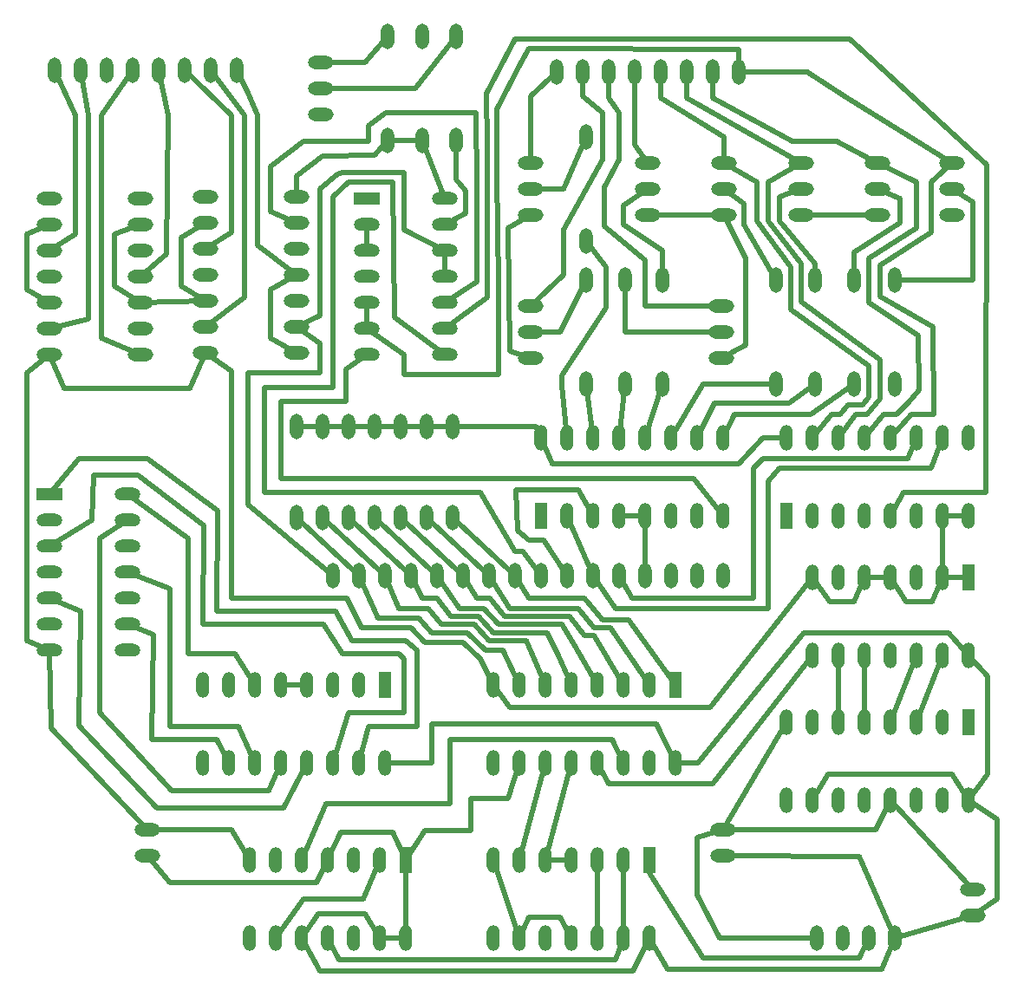
<source format=gbr>
G04 --- HEADER BEGIN --- *
G04 #@! TF.GenerationSoftware,LibrePCB,LibrePCB,1.0.0*
G04 #@! TF.CreationDate,2024-03-25T10:59:42*
G04 #@! TF.ProjectId,coco2 ps2 marriage,d66203e6-877b-4e41-8959-41fb69d6a211,v1*
G04 #@! TF.Part,Single*
G04 #@! TF.SameCoordinates*
G04 #@! TF.FileFunction,Copper,L2,Bot*
G04 #@! TF.FilePolarity,Positive*
%FSLAX66Y66*%
%MOMM*%
G01*
G75*
G04 --- HEADER END --- *
G04 --- APERTURE LIST BEGIN --- *
G04 #@! TA.AperFunction,ComponentPad*
%ADD10O,1.27X2.54*%
%ADD11R,1.27X2.54*%
%ADD12O,1.3X2.5*%
%ADD13O,2.5X1.3*%
%ADD14O,2.54X1.27*%
%ADD15R,2.54X1.27*%
G04 #@! TA.AperFunction,Conductor*
%ADD16C,0.5*%
G04 #@! TD*
G04 --- APERTURE LIST END --- *
G04 --- BOARD BEGIN --- *
D10*
G04 #@! TO.N,N14*
G04 #@! TO.C,U4*
G04 #@! TO.P,U4,6,QG*
X55086250Y25241250D03*
G04 #@! TO.N,N81*
G04 #@! TO.P,U4,16,VCC*
X67786250Y17621250D03*
G04 #@! TO.P,U4,10,SRCLR*
X52546250Y17621250D03*
D11*
G04 #@! TO.N,N49*
G04 #@! TO.P,U4,1,QB*
X67786250Y25241250D03*
D10*
G04 #@! TO.N,N50*
G04 #@! TO.P,U4,7,QH*
X52546250Y25241250D03*
G04 #@! TO.N,N41*
G04 #@! TO.P,U4,3,QD*
X62706250Y25241250D03*
G04 #@! TO.N,N46*
G04 #@! TO.P,U4,2,QC*
X65246250Y25241250D03*
G04 #@! TO.N,N2*
G04 #@! TO.P,U4,14,Data*
X62706250Y17621250D03*
G04 #@! TO.N,N77*
G04 #@! TO.P,U4,8,GND*
X50006250Y25241250D03*
G04 #@! TO.N,N53*
G04 #@! TO.P,U4,13,OE*
X60166250Y17621250D03*
G04 #@! TO.N,N/C*
G04 #@! TO.P,U4,15,QA*
X65246250Y17621250D03*
G04 #@! TO.N,N48*
G04 #@! TO.P,U4,5,QF*
X57626250Y25241250D03*
G04 #@! TO.N,N47*
G04 #@! TO.P,U4,12,RCLK*
X57626250Y17621250D03*
G04 #@! TO.N,N89*
G04 #@! TO.P,U4,4,QE*
X60166250Y25241250D03*
G04 #@! TO.N,N29*
G04 #@! TO.P,U4,11,SRCLK*
X55086250Y17621250D03*
G04 #@! TO.N,N33*
G04 #@! TO.P,U4,9,QHs*
X50006250Y17621250D03*
D12*
G04 #@! TO.N,N71*
G04 #@! TO.C,J3*
G04 #@! TO.P,J3,6,6*
X68897500Y85090000D03*
G04 #@! TO.N,N32*
G04 #@! TO.P,J3,7,7*
X71437500Y85090000D03*
G04 #@! TO.N,N36*
G04 #@! TO.P,J3,3,3*
X61277500Y85090000D03*
G04 #@! TO.N,N76*
G04 #@! TO.P,J3,8,8*
X73977500Y85090000D03*
G04 #@! TO.N,N4*
G04 #@! TO.P,J3,5,5*
X66357500Y85090000D03*
G04 #@! TO.N,N52*
G04 #@! TO.P,J3,1,1*
X56197500Y85090000D03*
G04 #@! TO.N,N55*
G04 #@! TO.P,J3,2,2*
X58737500Y85090000D03*
G04 #@! TO.N,N58*
G04 #@! TO.P,J3,4,4*
X63817500Y85090000D03*
D10*
G04 #@! TO.N,N81*
G04 #@! TO.C,U6*
G04 #@! TO.P,U6,10,2PRE_N*
X31273750Y476250D03*
G04 #@! TO.N,N28*
G04 #@! TO.P,U6,2,1D*
X38893750Y8096250D03*
G04 #@! TO.N,N21*
G04 #@! TO.P,U6,11,2CLK*
X33813750Y476250D03*
G04 #@! TO.N,N81*
G04 #@! TO.P,U6,13,2RST_N*
X38893750Y476250D03*
G04 #@! TO.N,N/C*
G04 #@! TO.P,U6,6,1Q_N*
X28733750Y8096250D03*
G04 #@! TO.N,N60*
G04 #@! TO.P,U6,12,2D*
X36353750Y476250D03*
G04 #@! TO.N,N77*
G04 #@! TO.P,U6,7,GND*
X26193750Y8096250D03*
G04 #@! TO.N,N28*
G04 #@! TO.P,U6,9,2Q*
X28733750Y476250D03*
G04 #@! TO.N,N81*
G04 #@! TO.P,U6,14,VCC*
X41433750Y476250D03*
D11*
G04 #@! TO.P,U6,1,1RST_N*
X41433750Y8096250D03*
D10*
G04 #@! TO.N,N2*
G04 #@! TO.P,U6,5,1Q*
X31273750Y8096250D03*
G04 #@! TO.N,N21*
G04 #@! TO.P,U6,3,1CLK*
X36353750Y8096250D03*
G04 #@! TO.N,N81*
G04 #@! TO.P,U6,4,1PRE_N*
X33813750Y8096250D03*
G04 #@! TO.N,N/C*
G04 #@! TO.P,U6,8,2Q_N*
X26193750Y476250D03*
D13*
G04 #@! TO.N,N3*
G04 #@! TO.C,U10*
G04 #@! TO.P,U10,9,4B*
X30797500Y60166250D03*
G04 #@! TO.N,N34*
G04 #@! TO.P,U10,2,1B*
X21907500Y70326250D03*
G04 #@! TO.N,N57*
G04 #@! TO.P,U10,10,4A*
X30797500Y62706250D03*
G04 #@! TO.N,N85*
G04 #@! TO.P,U10,12,3B*
X30797500Y67786250D03*
G04 #@! TO.N,N1*
G04 #@! TO.P,U10,1,1A*
X21907500Y72866250D03*
G04 #@! TO.N,N25*
G04 #@! TO.P,U10,11,3Y*
X30797500Y65246250D03*
G04 #@! TO.N,N30*
G04 #@! TO.P,U10,6,2Y*
X21907500Y60166250D03*
G04 #@! TO.N,N25*
G04 #@! TO.P,U10,8,4Y*
X30797500Y57626250D03*
G04 #@! TO.N,N81*
G04 #@! TO.P,U10,14,VCC*
X30797500Y72866250D03*
G04 #@! TO.N,N34*
G04 #@! TO.P,U10,13,3A*
X30797500Y70326250D03*
G04 #@! TO.N,N77*
G04 #@! TO.P,U10,7,GND*
X21907500Y57626250D03*
G04 #@! TO.N,N26*
G04 #@! TO.P,U10,3,1Y*
X21907500Y67786250D03*
G04 #@! TO.N,N34*
G04 #@! TO.P,U10,5,2B*
X21907500Y62706250D03*
G04 #@! TO.N,N59*
G04 #@! TO.P,U10,4,2A*
X21907500Y65246250D03*
G04 #@! TO.N,N63*
G04 #@! TO.C,Q4*
G04 #@! TO.P,Q4,3,3*
X33178750Y86042500D03*
G04 #@! TO.N,N76*
G04 #@! TO.P,Q4,1,1*
X33178750Y80962500D03*
G04 #@! TO.N,N82*
G04 #@! TO.P,Q4,2,2*
X33178750Y83502500D03*
D12*
G04 #@! TO.N,N65*
G04 #@! TO.C,R6*
G04 #@! TO.P,R6,2,2*
X77628750Y54610000D03*
G04 #@! TO.N,N70*
G04 #@! TO.P,R6,1,1*
X77628750Y64770000D03*
D10*
G04 #@! TO.N,N/C*
G04 #@! TO.C,U7*
G04 #@! TO.P,U7,6,W*
X91281250Y41751250D03*
G04 #@! TO.N,N81*
G04 #@! TO.P,U7,16,VCC*
X78581250Y49371250D03*
G04 #@! TO.N,N17*
G04 #@! TO.P,U7,10,B*
X93821250Y49371250D03*
D11*
G04 #@! TO.N,N58*
G04 #@! TO.P,U7,1,D3*
X78581250Y41751250D03*
D10*
G04 #@! TO.N,N77*
G04 #@! TO.P,U7,7,S_(Strobe)*
X93821250Y41751250D03*
G04 #@! TO.N,N55*
G04 #@! TO.P,U7,3,D1*
X83661250Y41751250D03*
G04 #@! TO.N,N36*
G04 #@! TO.P,U7,2,D2*
X81121250Y41751250D03*
G04 #@! TO.N,N71*
G04 #@! TO.P,U7,14,D5*
X83661250Y49371250D03*
G04 #@! TO.N,N77*
G04 #@! TO.P,U7,8,GND*
X96361250Y41751250D03*
G04 #@! TO.N,N32*
G04 #@! TO.P,U7,13,D6*
X86201250Y49371250D03*
G04 #@! TO.N,N4*
G04 #@! TO.P,U7,15,D4*
X81121250Y49371250D03*
G04 #@! TO.N,N62*
G04 #@! TO.P,U7,5,Y*
X88741250Y41751250D03*
G04 #@! TO.N,N76*
G04 #@! TO.P,U7,12,D7*
X88741250Y49371250D03*
G04 #@! TO.N,N52*
G04 #@! TO.P,U7,4,D0*
X86201250Y41751250D03*
G04 #@! TO.N,N83*
G04 #@! TO.P,U7,11,A*
X91281250Y49371250D03*
G04 #@! TO.N,N73*
G04 #@! TO.P,U7,9,C*
X96361250Y49371250D03*
D13*
G04 #@! TO.N,N27*
G04 #@! TO.C,U12*
G04 #@! TO.P,U12,9,4B*
X15557500Y60007500D03*
G04 #@! TO.N,N34*
G04 #@! TO.P,U12,2,1B*
X6667500Y70167500D03*
G04 #@! TO.P,U12,10,4A*
X15557500Y62547500D03*
G04 #@! TO.N,N5*
G04 #@! TO.P,U12,12,3B*
X15557500Y67627500D03*
G04 #@! TO.N,N24*
G04 #@! TO.P,U12,1,1A*
X6667500Y72707500D03*
G04 #@! TO.N,N54*
G04 #@! TO.P,U12,11,3Y*
X15557500Y65087500D03*
G04 #@! TO.N,N42*
G04 #@! TO.P,U12,6,2Y*
X6667500Y60007500D03*
G04 #@! TO.N,N23*
G04 #@! TO.P,U12,8,4Y*
X15557500Y57467500D03*
G04 #@! TO.N,N81*
G04 #@! TO.P,U12,14,VCC*
X15557500Y72707500D03*
G04 #@! TO.N,N34*
G04 #@! TO.P,U12,13,3A*
X15557500Y70167500D03*
G04 #@! TO.N,N77*
G04 #@! TO.P,U12,7,GND*
X6667500Y57467500D03*
G04 #@! TO.N,N86*
G04 #@! TO.P,U12,3,1Y*
X6667500Y67627500D03*
G04 #@! TO.N,N34*
G04 #@! TO.P,U12,5,2B*
X6667500Y62547500D03*
G04 #@! TO.N,N9*
G04 #@! TO.P,U12,4,2A*
X6667500Y65087500D03*
G04 #@! TO.N,N81*
G04 #@! TO.C,J1*
G04 #@! TO.P,J1,2,2*
X16192500Y8572500D03*
G04 #@! TO.N,N77*
G04 #@! TO.P,J1,1,1*
X16192500Y11112500D03*
D12*
G04 #@! TO.C,J4*
G04 #@! TO.P,J4,4,4*
X81597500Y476250D03*
G04 #@! TO.N,N8*
G04 #@! TO.P,J4,2,2*
X86677500Y476250D03*
G04 #@! TO.N,N60*
G04 #@! TO.P,J4,3,3*
X84137500Y476250D03*
G04 #@! TO.N,N81*
G04 #@! TO.P,J4,1,1*
X89217500Y476250D03*
D13*
G04 #@! TO.N,N68*
G04 #@! TO.C,Q1*
G04 #@! TO.P,Q1,3,3*
X53657500Y71120000D03*
G04 #@! TO.N,N52*
G04 #@! TO.P,Q1,1,1*
X53657500Y76200000D03*
G04 #@! TO.N,N61*
G04 #@! TO.P,Q1,2,2*
X53657500Y73660000D03*
D12*
G04 #@! TO.N,N35*
G04 #@! TO.C,R2*
G04 #@! TO.P,R2,2,2*
X46355000Y78422500D03*
G04 #@! TO.N,N82*
G04 #@! TO.P,R2,1,1*
X46355000Y88582500D03*
D13*
G04 #@! TO.N,N68*
G04 #@! TO.C,Q6*
G04 #@! TO.P,Q6,3,3*
X65087500Y71120000D03*
G04 #@! TO.N,N58*
G04 #@! TO.P,Q6,1,1*
X65087500Y76200000D03*
G04 #@! TO.N,N74*
G04 #@! TO.P,Q6,2,2*
X65087500Y73660000D03*
D12*
G04 #@! TO.N,N80*
G04 #@! TO.C,R11*
G04 #@! TO.P,R11,2,2*
X59055000Y68580000D03*
G04 #@! TO.N,N61*
G04 #@! TO.P,R11,1,1*
X59055000Y78740000D03*
D14*
G04 #@! TO.N,N34*
G04 #@! TO.C,U8*
G04 #@! TO.P,U8,10,3Y*
X45243750Y62547500D03*
G04 #@! TO.N,N40*
G04 #@! TO.P,U8,2,1A*
X37623750Y70167500D03*
G04 #@! TO.N,N3*
G04 #@! TO.P,U8,11,4A*
X45243750Y65087500D03*
G04 #@! TO.N,N35*
G04 #@! TO.P,U8,13,4Y*
X45243750Y70167500D03*
G04 #@! TO.N,N76*
G04 #@! TO.P,U8,6,2B*
X37623750Y60007500D03*
G04 #@! TO.N,N3*
G04 #@! TO.P,U8,12,4B*
X45243750Y67627500D03*
G04 #@! TO.N,N77*
G04 #@! TO.P,U8,7,GND*
X37623750Y57467500D03*
G04 #@! TO.N,N62*
G04 #@! TO.P,U8,9,3B*
X45243750Y60007500D03*
G04 #@! TO.N,N81*
G04 #@! TO.P,U8,14,VCC*
X45243750Y72707500D03*
D15*
G04 #@! TO.N,N85*
G04 #@! TO.P,U8,1,1Y*
X37623750Y72707500D03*
D14*
G04 #@! TO.N,N76*
G04 #@! TO.P,U8,5,2A*
X37623750Y62547500D03*
G04 #@! TO.N,N40*
G04 #@! TO.P,U8,3,1B*
X37623750Y67627500D03*
G04 #@! TO.N,N57*
G04 #@! TO.P,U8,4,2Y*
X37623750Y65087500D03*
G04 #@! TO.N,N44*
G04 #@! TO.P,U8,8,3A*
X45243750Y57467500D03*
D10*
G04 #@! TO.N,N10*
G04 #@! TO.C,U5*
G04 #@! TO.P,U5,6,QG*
X83661250Y21590000D03*
G04 #@! TO.N,N81*
G04 #@! TO.P,U5,16,VCC*
X96361250Y13970000D03*
G04 #@! TO.P,U5,10,SRCLR*
X81121250Y13970000D03*
D11*
G04 #@! TO.N,N/C*
G04 #@! TO.P,U5,1,QB*
X96361250Y21590000D03*
D10*
G04 #@! TO.P,U5,7,QH*
X81121250Y21590000D03*
G04 #@! TO.N,N12*
G04 #@! TO.P,U5,3,QD*
X91281250Y21590000D03*
G04 #@! TO.N,N/C*
G04 #@! TO.P,U5,2,QC*
X93821250Y21590000D03*
G04 #@! TO.N,N33*
G04 #@! TO.P,U5,14,Data*
X91281250Y13970000D03*
G04 #@! TO.N,N77*
G04 #@! TO.P,U5,8,GND*
X78581250Y21590000D03*
G04 #@! TO.P,U5,13,OE*
X88741250Y13970000D03*
G04 #@! TO.N,N/C*
G04 #@! TO.P,U5,15,QA*
X93821250Y13970000D03*
G04 #@! TO.N,N13*
G04 #@! TO.P,U5,5,QF*
X86201250Y21590000D03*
G04 #@! TO.N,N47*
G04 #@! TO.P,U5,12,RCLK*
X86201250Y13970000D03*
G04 #@! TO.N,N11*
G04 #@! TO.P,U5,4,QE*
X88741250Y21590000D03*
G04 #@! TO.N,N29*
G04 #@! TO.P,U5,11,SRCLK*
X83661250Y13970000D03*
G04 #@! TO.N,N/C*
G04 #@! TO.P,U5,9,QHs*
X78581250Y13970000D03*
D13*
G04 #@! TO.N,N68*
G04 #@! TO.C,Q5*
G04 #@! TO.P,Q5,3,3*
X80010000Y71120000D03*
G04 #@! TO.N,N71*
G04 #@! TO.P,Q5,1,1*
X80010000Y76200000D03*
G04 #@! TO.N,N79*
G04 #@! TO.P,Q5,2,2*
X80010000Y73660000D03*
D12*
G04 #@! TO.N,N51*
G04 #@! TO.C,J6*
G04 #@! TO.P,J6,2,2*
X69850000Y35877500D03*
G04 #@! TO.N,N49*
G04 #@! TO.P,J6,9,9*
X52070000Y35877500D03*
G04 #@! TO.N,N18*
G04 #@! TO.P,J6,3,3*
X67310000Y35877500D03*
G04 #@! TO.N,N17*
G04 #@! TO.P,J6,6,6*
X59690000Y35877500D03*
G04 #@! TO.N,N48*
G04 #@! TO.P,J6,13,13*
X41910000Y35877500D03*
G04 #@! TO.N,N73*
G04 #@! TO.P,J6,7,7*
X57150000Y35877500D03*
G04 #@! TO.N,N44*
G04 #@! TO.P,J6,8,8*
X54610000Y35877500D03*
G04 #@! TO.N,N83*
G04 #@! TO.P,J6,5,5*
X62230000Y35877500D03*
G04 #@! TO.N,N41*
G04 #@! TO.P,J6,11,11*
X46990000Y35877500D03*
G04 #@! TO.N,N89*
G04 #@! TO.P,J6,12,12*
X44450000Y35877500D03*
G04 #@! TO.N,N14*
G04 #@! TO.P,J6,14,14*
X39370000Y35877500D03*
G04 #@! TO.N,N46*
G04 #@! TO.P,J6,10,10*
X49530000Y35877500D03*
G04 #@! TO.N,N31*
G04 #@! TO.P,J6,1,1*
X72390000Y35877500D03*
G04 #@! TO.N,N66*
G04 #@! TO.P,J6,4,4*
X64770000Y35877500D03*
G04 #@! TO.N,N50*
G04 #@! TO.P,J6,15,15*
X36830000Y35877500D03*
G04 #@! TO.N,N3*
G04 #@! TO.P,J6,16,16*
X34290000Y35877500D03*
D13*
G04 #@! TO.N,N68*
G04 #@! TO.C,Q2*
G04 #@! TO.P,Q2,3,3*
X87471250Y71120000D03*
G04 #@! TO.N,N32*
G04 #@! TO.P,Q2,1,1*
X87471250Y76200000D03*
G04 #@! TO.N,N37*
G04 #@! TO.P,Q2,2,2*
X87471250Y73660000D03*
D12*
G04 #@! TO.N,N78*
G04 #@! TO.C,R3*
G04 #@! TO.P,R3,2,2*
X89217500Y54610000D03*
G04 #@! TO.N,N22*
G04 #@! TO.P,R3,1,1*
X89217500Y64770000D03*
G04 #@! TO.N,N14*
G04 #@! TO.C,RA1*
G04 #@! TO.P,RA1,9,6Y*
X33337500Y41592500D03*
G04 #@! TO.N,N81*
G04 #@! TO.P,RA1,2,2X*
X43497500Y50482500D03*
G04 #@! TO.N,N48*
G04 #@! TO.P,RA1,10,5Y*
X35877500Y41592500D03*
G04 #@! TO.N,N41*
G04 #@! TO.P,RA1,12,3Y*
X40957500Y41592500D03*
G04 #@! TO.N,N81*
G04 #@! TO.P,RA1,1,1X*
X46037500Y50482500D03*
G04 #@! TO.N,N89*
G04 #@! TO.P,RA1,11,4Y*
X38417500Y41592500D03*
G04 #@! TO.N,N81*
G04 #@! TO.P,RA1,6,6X*
X33337500Y50482500D03*
G04 #@! TO.N,N50*
G04 #@! TO.P,RA1,8,7Y*
X30797500Y41592500D03*
G04 #@! TO.N,N49*
G04 #@! TO.P,RA1,14,1Y*
X46037500Y41592500D03*
G04 #@! TO.N,N46*
G04 #@! TO.P,RA1,13,2Y*
X43497500Y41592500D03*
G04 #@! TO.N,N81*
G04 #@! TO.P,RA1,7,7X*
X30797500Y50482500D03*
G04 #@! TO.P,RA1,3,3X*
X40957500Y50482500D03*
G04 #@! TO.P,RA1,5,5X*
X35877500Y50482500D03*
G04 #@! TO.P,RA1,4,4X*
X38417500Y50482500D03*
D13*
G04 #@! TO.N,N68*
G04 #@! TO.C,Q3*
G04 #@! TO.P,Q3,3,3*
X94773750Y71120000D03*
G04 #@! TO.N,N76*
G04 #@! TO.P,Q3,1,1*
X94773750Y76200000D03*
G04 #@! TO.N,N22*
G04 #@! TO.P,Q3,2,2*
X94773750Y73660000D03*
D12*
G04 #@! TO.N,N26*
G04 #@! TO.C,J5*
G04 #@! TO.P,J5,6,6*
X19843750Y85248750D03*
G04 #@! TO.N,N30*
G04 #@! TO.P,J5,7,7*
X22383750Y85248750D03*
G04 #@! TO.N,N/C*
G04 #@! TO.P,J5,3,3*
X12223750Y85248750D03*
G04 #@! TO.N,N25*
G04 #@! TO.P,J5,8,8*
X24923750Y85248750D03*
G04 #@! TO.N,N54*
G04 #@! TO.P,J5,5,5*
X17303750Y85248750D03*
G04 #@! TO.N,N86*
G04 #@! TO.P,J5,1,1*
X7143750Y85248750D03*
G04 #@! TO.N,N42*
G04 #@! TO.P,J5,2,2*
X9683750Y85248750D03*
G04 #@! TO.N,N23*
G04 #@! TO.P,J5,4,4*
X14763750Y85248750D03*
D13*
G04 #@! TO.N,N68*
G04 #@! TO.C,Q9*
G04 #@! TO.P,Q9,3,3*
X72548750Y71120000D03*
G04 #@! TO.N,N4*
G04 #@! TO.P,Q9,1,1*
X72548750Y76200000D03*
G04 #@! TO.N,N70*
G04 #@! TO.P,Q9,2,2*
X72548750Y73660000D03*
D12*
G04 #@! TO.N,N72*
G04 #@! TO.C,R5*
G04 #@! TO.P,R5,2,2*
X81438750Y54610000D03*
G04 #@! TO.N,N79*
G04 #@! TO.P,R5,1,1*
X81438750Y64770000D03*
G04 #@! TO.N,N81*
G04 #@! TO.C,R1*
G04 #@! TO.P,R1,2,2*
X39687500Y78422500D03*
G04 #@! TO.N,N63*
G04 #@! TO.P,R1,1,1*
X39687500Y88582500D03*
G04 #@! TO.N,N69*
G04 #@! TO.C,R9*
G04 #@! TO.P,R9,2,2*
X62865000Y54610000D03*
G04 #@! TO.N,N56*
G04 #@! TO.P,R9,1,1*
X62865000Y64770000D03*
D14*
G04 #@! TO.N,N1*
G04 #@! TO.C,U9*
G04 #@! TO.P,U9,10,5Y*
X14287500Y33655000D03*
G04 #@! TO.N,N24*
G04 #@! TO.P,U9,2,1Y*
X6667500Y41275000D03*
G04 #@! TO.N,N16*
G04 #@! TO.P,U9,11,5A*
X14287500Y36195000D03*
G04 #@! TO.N,N38*
G04 #@! TO.P,U9,13,6A*
X14287500Y41275000D03*
G04 #@! TO.N,N27*
G04 #@! TO.P,U9,6,3Y*
X6667500Y31115000D03*
G04 #@! TO.N,N5*
G04 #@! TO.P,U9,12,6Y*
X14287500Y38735000D03*
G04 #@! TO.N,N77*
G04 #@! TO.P,U9,7,GND*
X6667500Y28575000D03*
G04 #@! TO.N,N19*
G04 #@! TO.P,U9,9,4A*
X14287500Y31115000D03*
G04 #@! TO.N,N81*
G04 #@! TO.P,U9,14,VCC*
X14287500Y43815000D03*
D15*
G04 #@! TO.N,N15*
G04 #@! TO.P,U9,1,1A*
X6667500Y43815000D03*
D14*
G04 #@! TO.N,N43*
G04 #@! TO.P,U9,5,3A*
X6667500Y33655000D03*
G04 #@! TO.N,N6*
G04 #@! TO.P,U9,3,2A*
X6667500Y38735000D03*
G04 #@! TO.N,N9*
G04 #@! TO.P,U9,4,2Y*
X6667500Y36195000D03*
G04 #@! TO.N,N59*
G04 #@! TO.P,U9,8,4Y*
X14287500Y28575000D03*
D13*
G04 #@! TO.N,N68*
G04 #@! TO.C,Q8*
G04 #@! TO.P,Q8,3,3*
X53657500Y57150000D03*
G04 #@! TO.N,N55*
G04 #@! TO.P,Q8,1,1*
X53657500Y62230000D03*
G04 #@! TO.N,N39*
G04 #@! TO.P,Q8,2,2*
X53657500Y59690000D03*
G04 #@! TO.N,N81*
G04 #@! TO.C,J2*
G04 #@! TO.P,J2,2,2*
X96837500Y2698750D03*
G04 #@! TO.N,N77*
G04 #@! TO.P,J2,1,1*
X96837500Y5238750D03*
D12*
G04 #@! TO.N,N20*
G04 #@! TO.C,R4*
G04 #@! TO.P,R4,2,2*
X85248750Y54610000D03*
G04 #@! TO.N,N37*
G04 #@! TO.P,R4,1,1*
X85248750Y64770000D03*
G04 #@! TO.N,N67*
G04 #@! TO.C,R8*
G04 #@! TO.P,R8,2,2*
X66516250Y54610000D03*
G04 #@! TO.N,N74*
G04 #@! TO.P,R8,1,1*
X66516250Y64770000D03*
D10*
G04 #@! TO.N,N/C*
G04 #@! TO.C,U1*
G04 #@! TO.P,U1,10,5Y*
X55086250Y476250D03*
G04 #@! TO.N,N21*
G04 #@! TO.P,U1,2,1Y*
X62706250Y8096250D03*
G04 #@! TO.N,N77*
G04 #@! TO.P,U1,11,5A*
X57626250Y476250D03*
G04 #@! TO.N,N21*
G04 #@! TO.P,U1,13,6A*
X62706250Y476250D03*
G04 #@! TO.N,N29*
G04 #@! TO.P,U1,6,3Y*
X52546250Y8096250D03*
G04 #@! TO.N,N7*
G04 #@! TO.P,U1,12,6Y*
X60166250Y476250D03*
G04 #@! TO.N,N77*
G04 #@! TO.P,U1,7,GND*
X50006250Y8096250D03*
G04 #@! TO.P,U1,9,4A*
X52546250Y476250D03*
G04 #@! TO.N,N81*
G04 #@! TO.P,U1,14,VCC*
X65246250Y476250D03*
D11*
G04 #@! TO.N,N8*
G04 #@! TO.P,U1,1,1A*
X65246250Y8096250D03*
D10*
G04 #@! TO.N,N47*
G04 #@! TO.P,U1,5,3A*
X55086250Y8096250D03*
G04 #@! TO.N,N7*
G04 #@! TO.P,U1,3,2A*
X60166250Y8096250D03*
G04 #@! TO.N,N47*
G04 #@! TO.P,U1,4,2Y*
X57626250Y8096250D03*
G04 #@! TO.N,N/C*
G04 #@! TO.P,U1,8,4Y*
X50006250Y476250D03*
D12*
G04 #@! TO.N,N45*
G04 #@! TO.C,R10*
G04 #@! TO.P,R10,2,2*
X59055000Y54610000D03*
G04 #@! TO.N,N39*
G04 #@! TO.P,R10,1,1*
X59055000Y64770000D03*
G04 #@! TO.N,N81*
G04 #@! TO.C,R7*
G04 #@! TO.P,R7,2,2*
X43021250Y78422500D03*
G04 #@! TO.N,N68*
G04 #@! TO.P,R7,1,1*
X43021250Y88582500D03*
D10*
G04 #@! TO.N,N81*
G04 #@! TO.C,U3*
G04 #@! TO.P,U3,6,E3*
X26670000Y25241250D03*
G04 #@! TO.P,U3,16,VCC*
X39370000Y17621250D03*
G04 #@! TO.N,N19*
G04 #@! TO.P,U3,10,O5_N*
X24130000Y17621250D03*
D11*
G04 #@! TO.N,N31*
G04 #@! TO.P,U3,1,A*
X39370000Y25241250D03*
D10*
G04 #@! TO.N,N/C*
G04 #@! TO.P,U3,7,O7_N*
X24130000Y25241250D03*
G04 #@! TO.N,N18*
G04 #@! TO.P,U3,3,C*
X34290000Y25241250D03*
G04 #@! TO.N,N51*
G04 #@! TO.P,U3,2,B*
X36830000Y25241250D03*
G04 #@! TO.N,N6*
G04 #@! TO.P,U3,14,O1_N*
X34290000Y17621250D03*
G04 #@! TO.N,N77*
G04 #@! TO.P,U3,8,GND*
X21590000Y25241250D03*
G04 #@! TO.N,N43*
G04 #@! TO.P,U3,13,O2_N*
X31750000Y17621250D03*
G04 #@! TO.N,N15*
G04 #@! TO.P,U3,15,O0_N*
X36830000Y17621250D03*
G04 #@! TO.N,N66*
G04 #@! TO.P,U3,5,E2*
X29210000Y25241250D03*
G04 #@! TO.N,N38*
G04 #@! TO.P,U3,12,O3_N*
X29210000Y17621250D03*
G04 #@! TO.N,N66*
G04 #@! TO.P,U3,4,E1*
X31750000Y25241250D03*
G04 #@! TO.N,N16*
G04 #@! TO.P,U3,11,O4_N*
X26670000Y17621250D03*
G04 #@! TO.N,N40*
G04 #@! TO.P,U3,9,O6_N*
X21590000Y17621250D03*
D13*
G04 #@! TO.N,N68*
G04 #@! TO.C,Q7*
G04 #@! TO.P,Q7,3,3*
X72231250Y57150000D03*
G04 #@! TO.N,N36*
G04 #@! TO.P,Q7,1,1*
X72231250Y62230000D03*
G04 #@! TO.N,N56*
G04 #@! TO.P,Q7,2,2*
X72231250Y59690000D03*
G04 #@! TO.N,N81*
G04 #@! TO.C,J7*
G04 #@! TO.P,J7,2,2*
X72390000Y8572500D03*
G04 #@! TO.N,N77*
G04 #@! TO.P,J7,1,1*
X72390000Y11112500D03*
D10*
G04 #@! TO.N,N13*
G04 #@! TO.C,U11*
G04 #@! TO.P,U11,10,2B*
X86201250Y28098750D03*
G04 #@! TO.N,N77*
G04 #@! TO.P,U11,2,1B*
X93821250Y35718750D03*
G04 #@! TO.N,N/C*
G04 #@! TO.P,U11,11*
X88741250Y28098750D03*
G04 #@! TO.N,N12*
G04 #@! TO.P,U11,13,2D*
X93821250Y28098750D03*
G04 #@! TO.N,N/C*
G04 #@! TO.P,U11,6,1Y*
X83661250Y35718750D03*
G04 #@! TO.N,N11*
G04 #@! TO.P,U11,12,2C*
X91281250Y28098750D03*
G04 #@! TO.N,N77*
G04 #@! TO.P,U11,7,GND*
X81121250Y35718750D03*
G04 #@! TO.N,N10*
G04 #@! TO.P,U11,9,2A*
X83661250Y28098750D03*
G04 #@! TO.N,N81*
G04 #@! TO.P,U11,14,VCC*
X96361250Y28098750D03*
D11*
G04 #@! TO.N,N77*
G04 #@! TO.P,U11,1,1A*
X96361250Y35718750D03*
D10*
G04 #@! TO.P,U11,5,1D*
X86201250Y35718750D03*
G04 #@! TO.N,N/C*
G04 #@! TO.P,U11,3*
X91281250Y35718750D03*
G04 #@! TO.N,N77*
G04 #@! TO.P,U11,4,1C*
X88741250Y35718750D03*
G04 #@! TO.N,N53*
G04 #@! TO.P,U11,8,2Y*
X81121250Y28098750D03*
G04 #@! TO.N,N81*
G04 #@! TO.C,U2*
G04 #@! TO.P,U2,6,E3*
X67310000Y41751250D03*
G04 #@! TO.P,U2,16,VCC*
X54610000Y49371250D03*
G04 #@! TO.N,N72*
G04 #@! TO.P,U2,10,O5_N*
X69850000Y49371250D03*
D11*
G04 #@! TO.N,N83*
G04 #@! TO.P,U2,1,A*
X54610000Y41751250D03*
D10*
G04 #@! TO.N,N78*
G04 #@! TO.P,U2,7,O7_N*
X69850000Y41751250D03*
G04 #@! TO.N,N73*
G04 #@! TO.P,U2,3,C*
X59690000Y41751250D03*
G04 #@! TO.N,N17*
G04 #@! TO.P,U2,2,B*
X57150000Y41751250D03*
G04 #@! TO.N,N45*
G04 #@! TO.P,U2,14,O1_N*
X59690000Y49371250D03*
G04 #@! TO.N,N77*
G04 #@! TO.P,U2,8,GND*
X72390000Y41751250D03*
G04 #@! TO.N,N69*
G04 #@! TO.P,U2,13,O2_N*
X62230000Y49371250D03*
G04 #@! TO.N,N80*
G04 #@! TO.P,U2,15,O0_N*
X57150000Y49371250D03*
G04 #@! TO.N,N66*
G04 #@! TO.P,U2,5,E2*
X64770000Y41751250D03*
G04 #@! TO.N,N67*
G04 #@! TO.P,U2,12,O3_N*
X64770000Y49371250D03*
G04 #@! TO.N,N66*
G04 #@! TO.P,U2,4,E1*
X62230000Y41751250D03*
G04 #@! TO.N,N65*
G04 #@! TO.P,U2,11,O4_N*
X67310000Y49371250D03*
G04 #@! TO.N,N20*
G04 #@! TO.P,U2,9,O6_N*
X72390000Y49371250D03*
D16*
G04 #@! TD.C*
G04 #@! TD.P*
G04 #@! TO.N,N16*
X14287500Y36195000D02*
X18415000Y34607500D01*
X25082500Y21113750D02*
X26670000Y17621250D01*
X18415000Y34607500D02*
X18415000Y21113750D01*
X18415000Y21113750D02*
X25082500Y21113750D01*
G04 #@! TO.N,N80*
X60960000Y62071250D02*
X60960000Y66040000D01*
X57150000Y49371250D02*
X56673750Y54451250D01*
X56673750Y54451250D02*
X56673750Y55403750D01*
X60960000Y66040000D02*
X59055000Y68580000D01*
X56673750Y55403750D02*
X60960000Y62071250D01*
G04 #@! TO.N,N6*
X10953750Y45720000D02*
X15240000Y45720000D01*
X35242500Y28257500D02*
X33394353Y31151309D01*
X41275000Y27781250D02*
X40798750Y28257500D01*
X40798750Y28257500D02*
X35242500Y28257500D01*
X6667500Y38735000D02*
X10795000Y41275000D01*
X21590000Y31115000D02*
X33394353Y31151309D01*
X10795000Y41275000D02*
X10953750Y45720000D01*
X41275000Y27146250D02*
X41275000Y27781250D01*
X21748750Y40798750D02*
X21590000Y31115000D01*
X41275000Y22542500D02*
X35877500Y22542500D01*
X41275000Y27146250D02*
X41275000Y22542500D01*
X35877500Y22542500D02*
X34290000Y17621250D01*
X15240000Y45720000D02*
X21748750Y40798750D01*
G04 #@! TO.N,N65*
X67310000Y49371250D02*
X70485000Y54610000D01*
X70485000Y54610000D02*
X77628750Y54610000D01*
G04 #@! TO.N,N34*
X13017500Y64135000D02*
X15557500Y62547500D01*
X19526250Y68897500D02*
X19526250Y64135000D01*
X39528750Y81121250D02*
X37782500Y79851250D01*
X44767500Y81121250D02*
X43338750Y81121250D01*
X48361170Y73978065D02*
X48418750Y64611250D01*
X6667500Y70167500D02*
X4445000Y69215000D01*
X44767500Y81121250D02*
X48260000Y81121250D01*
X48418750Y64611250D02*
X45243750Y62547500D01*
X28257500Y75882500D02*
X31432500Y78263750D01*
X37782500Y79851250D02*
X37782500Y78263750D01*
X15557500Y70167500D02*
X13017500Y69215000D01*
X30797500Y70326250D02*
X28257500Y71437500D01*
X43338750Y81121250D02*
X39528750Y81121250D01*
X13017500Y69215000D02*
X13017500Y64135000D01*
X4445000Y63817500D02*
X6667500Y62547500D01*
X31432500Y78263750D02*
X37782500Y78263750D01*
X21907500Y70326250D02*
X19526250Y68897500D01*
X4445000Y69215000D02*
X4445000Y63817500D01*
X19526250Y64135000D02*
X21907500Y62706250D01*
X21907500Y62706250D02*
X15557500Y62547500D01*
X48260000Y81121250D02*
X48361170Y73978065D01*
X28257500Y75882500D02*
X28257500Y71437500D01*
G04 #@! TO.N,N66*
X64770000Y41751250D02*
X62230000Y41751250D01*
X64770000Y35877500D02*
X64770000Y41751250D01*
X29210000Y25241250D02*
X31750000Y25241250D01*
G04 #@! TO.N,N20*
X73501250Y51593750D02*
X80962500Y51593750D01*
X80962500Y51593750D02*
X85248750Y54610000D01*
X72390000Y49371250D02*
X73501250Y51593750D01*
G04 #@! TO.N,N83*
X75406250Y33655000D02*
X63500000Y33655000D01*
X75396957Y46358845D02*
X76358750Y47307500D01*
X76358750Y47307500D02*
X90487500Y47307500D01*
X75396957Y46358845D02*
X75406250Y33655000D01*
X91281250Y49371250D02*
X90487500Y47307500D01*
X63500000Y33655000D02*
X62230000Y35877500D01*
G04 #@! TO.N,N4*
X86677500Y53340000D02*
X86677500Y56356250D01*
X72548750Y78740000D02*
X66357500Y82550000D01*
X75723750Y70485000D02*
X75723750Y74295000D01*
X81121250Y49371250D02*
X83026250Y51593750D01*
X86042500Y52546250D02*
X84613750Y52546250D01*
X83026250Y51593750D02*
X83820000Y51593750D01*
X66357500Y82550000D02*
X66357500Y85090000D01*
X86677500Y56356250D02*
X79057500Y61912500D01*
X75723750Y74295000D02*
X72548750Y76200000D01*
X72548750Y76200000D02*
X72548750Y78740000D01*
X86677500Y53340000D02*
X86042500Y52546250D01*
X79057500Y61912500D02*
X79057500Y66040000D01*
X84613750Y52546250D02*
X83820000Y51593750D01*
X79057500Y66040000D02*
X75723750Y70485000D01*
G04 #@! TO.N,N89*
X50482500Y31115000D02*
X49053750Y32702500D01*
X46672500Y32702500D02*
X44450000Y35877500D01*
X44450000Y35877500D02*
X38417500Y41592500D01*
X56673750Y31115000D02*
X50482500Y31115000D01*
X57943750Y29051250D02*
X56673750Y31115000D01*
X57943750Y29051250D02*
X60166250Y25241250D01*
X49053750Y32702500D02*
X46672500Y32702500D01*
G04 #@! TO.N,N37*
X89693750Y72707500D02*
X87471250Y73660000D01*
X89693750Y70326250D02*
X89693750Y72707500D01*
X85248750Y64770000D02*
X85248750Y67468750D01*
X85248750Y67468750D02*
X89693750Y70326250D01*
G04 #@! TO.N,N71*
X85407500Y51593750D02*
X83661250Y49371250D01*
X80010000Y66357500D02*
X80010000Y62706250D01*
X76835000Y74295000D02*
X76835000Y70485000D01*
X68897500Y82550000D02*
X68897500Y85090000D01*
X87788750Y56991250D02*
X87788750Y53181250D01*
X80010000Y76200000D02*
X76835000Y74295000D01*
X76835000Y70485000D02*
X80010000Y66357500D01*
X87788750Y53181250D02*
X86518750Y51593750D01*
X86518750Y51593750D02*
X85407500Y51593750D01*
X80081336Y62652805D02*
X87788750Y56991250D01*
X80010000Y62706250D02*
X80081336Y62652805D01*
X80010000Y76200000D02*
X68897500Y82550000D01*
G04 #@! TO.N,N32*
X91337682Y69850836D02*
X91281250Y74295000D01*
X89376250Y51593750D02*
X90487500Y52705000D01*
X79216250Y78263750D02*
X71437500Y82550000D01*
X91337682Y69850836D02*
X86677500Y66833750D01*
X86677500Y62547500D02*
X91497608Y59373353D01*
X87471250Y76200000D02*
X83502500Y78263750D01*
X83502500Y78263750D02*
X79216250Y78263750D01*
X91497608Y59373353D02*
X91579870Y53979424D01*
X88106250Y51593750D02*
X89376250Y51593750D01*
X91579870Y53979424D02*
X90487500Y52705000D01*
X71437500Y82550000D02*
X71437500Y85090000D01*
X86201250Y49371250D02*
X88106250Y51593750D01*
X86677500Y66833750D02*
X86677500Y62547500D01*
X91281250Y74295000D02*
X87471250Y76200000D01*
G04 #@! TO.N,N30*
X25717500Y80803750D02*
X22383750Y85248750D01*
X25717500Y63023750D02*
X21907500Y60166250D01*
X25717500Y63023750D02*
X25717500Y80803750D01*
G04 #@! TO.N,N8*
X65246250Y8096250D02*
X65246250Y6826250D01*
X65246250Y6826250D02*
X70485000Y-1428750D01*
X70485000Y-1428750D02*
X85725000Y-1428750D01*
X85725000Y-1428750D02*
X86677500Y476250D01*
G04 #@! TO.N,N49*
X52070000Y35877500D02*
X46037500Y41592500D01*
X58896250Y33655000D02*
X53498750Y33655000D01*
X60642500Y31591250D02*
X58896250Y33655000D01*
X53498750Y33655000D02*
X52070000Y35877500D01*
X60642500Y31591250D02*
X63182500Y31591250D01*
X63182500Y31591250D02*
X67786250Y25241250D01*
G04 #@! TO.N,N74*
X66516250Y64770000D02*
X66516250Y67627500D01*
X65087500Y73660000D02*
X62706250Y72072500D01*
X66516250Y67627500D02*
X62706250Y70167500D01*
X62706250Y72072500D02*
X62706250Y70167500D01*
G04 #@! TO.N,N12*
X91281250Y21590000D02*
X93821250Y28098750D01*
G04 #@! TO.N,N35*
X47307500Y71278750D02*
X47307500Y73501250D01*
X46355000Y78422500D02*
X46355000Y74612500D01*
X46355000Y74612500D02*
X47307500Y73501250D01*
X45243750Y70167500D02*
X47307500Y71278750D01*
G04 #@! TO.N,N29*
X55086250Y17621250D02*
X52546250Y8096250D01*
G04 #@! TO.N,N7*
X60166250Y476250D02*
X60166250Y8096250D01*
G04 #@! TO.N,N58*
X63817500Y82708750D02*
X63817500Y85090000D01*
X65087500Y76200000D02*
X63817500Y77946250D01*
X63817500Y77946250D02*
X63817500Y82708750D01*
G04 #@! TO.N,N82*
X33178750Y83502500D02*
X42386250Y83502500D01*
X42386250Y83502500D02*
X46355000Y88582500D01*
G04 #@! TO.N,N81*
X18415000Y5873750D02*
X32702500Y5873750D01*
X40957500Y50482500D02*
X43497500Y50482500D01*
X65246250Y476250D02*
X66992500Y-2540000D01*
X89217500Y476250D02*
X85725000Y8413750D01*
X43338750Y10953750D02*
X47783750Y10953750D01*
X33020000Y-2698750D02*
X31273750Y476250D01*
X65881250Y21431250D02*
X67786250Y17621250D01*
X73977500Y46831250D02*
X76358750Y49371250D01*
X98266250Y26035000D02*
X96361250Y28098750D01*
X47783750Y10953750D02*
X47783750Y14128750D01*
X51435000Y14128750D02*
X47783750Y14128750D01*
X52546250Y17621250D02*
X51435000Y14128750D01*
X41433750Y8096250D02*
X43338750Y10953750D01*
X24765000Y28257500D02*
X20161250Y28257500D01*
X16192500Y8572500D02*
X18415000Y5873750D01*
X43973750Y17621250D02*
X43973750Y21431250D01*
X26670000Y25241250D02*
X24765000Y28257500D01*
X81121250Y13970000D02*
X82708750Y16510000D01*
X54133750Y50482500D02*
X54610000Y49371250D01*
X98266250Y16510000D02*
X98266250Y26035000D01*
X40163750Y10795000D02*
X41433750Y8096250D01*
X96837500Y2698750D02*
X99218750Y4286250D01*
X35877500Y50482500D02*
X38417500Y50482500D01*
X87947500Y-2540000D02*
X89217500Y476250D01*
X38893750Y476250D02*
X37465000Y2857500D01*
X41433750Y476250D02*
X41433750Y8096250D01*
X96361250Y13970000D02*
X98266250Y16510000D01*
X30797500Y74930000D02*
X30797500Y72866250D01*
X43497500Y50482500D02*
X46037500Y50482500D01*
X46037500Y50482500D02*
X54133750Y50482500D01*
X99218750Y12065000D02*
X96361250Y13970000D01*
X45243750Y72707500D02*
X43021250Y78422500D01*
X82708750Y16510000D02*
X94773750Y16510000D01*
X80327500Y30321250D02*
X94456250Y30321250D01*
X85725000Y8413750D02*
X72390000Y8572500D01*
X33796294Y8232409D02*
X33813750Y8096250D01*
X33335768Y76853586D02*
X38419338Y76909430D01*
X33796294Y8232409D02*
X35083750Y10795000D01*
X33337500Y50482500D02*
X35877500Y50482500D01*
X20161250Y28257500D02*
X20161250Y39528750D01*
X43021250Y78422500D02*
X39687500Y78422500D01*
X94456250Y30321250D02*
X96361250Y28098750D01*
X32861250Y2857500D02*
X31273750Y476250D01*
X33796294Y8232409D02*
X33813750Y8096250D01*
X94773750Y16510000D02*
X96361250Y13970000D01*
X38417500Y50482500D02*
X40957500Y50482500D01*
X20161250Y39528750D02*
X14287500Y43815000D01*
X43973750Y21431250D02*
X65881250Y21431250D01*
X67786250Y17621250D02*
X70008750Y17621250D01*
X32702500Y5873750D02*
X33813750Y8096250D01*
X76358750Y49371250D02*
X78581250Y49371250D01*
X70008750Y17621250D02*
X80327500Y30321250D01*
X35083750Y10795000D02*
X40163750Y10795000D01*
X63658750Y-2698750D02*
X65246250Y476250D01*
X39370000Y17621250D02*
X43973750Y17621250D01*
X42227500Y-2698750D02*
X63658750Y-2698750D01*
X89217500Y476250D02*
X96837500Y2698750D01*
X38419338Y76909430D02*
X39687500Y78422500D01*
X38893750Y476250D02*
X41433750Y476250D01*
X42227500Y-2698750D02*
X33020000Y-2698750D01*
X54610000Y49371250D02*
X55721250Y46831250D01*
X99218750Y4286250D02*
X99218750Y12065000D01*
X37465000Y2857500D02*
X32861250Y2857500D01*
X66992500Y-2540000D02*
X87947500Y-2540000D01*
X33335768Y76853586D02*
X30797500Y74930000D01*
X55721250Y46831250D02*
X73977500Y46831250D01*
X30797500Y50482500D02*
X33337500Y50482500D01*
G04 #@! TO.N,N2*
X45720000Y13652500D02*
X45720000Y19843750D01*
X33655000Y13652500D02*
X45720000Y13652500D01*
X61595000Y19843750D02*
X62706250Y17621250D01*
X33655000Y13652500D02*
X31273750Y8096250D01*
X45720000Y19843750D02*
X61595000Y19843750D01*
G04 #@! TO.N,N22*
X96837500Y64770000D02*
X89217500Y64770000D01*
X96837500Y72390000D02*
X96837500Y64770000D01*
X94773750Y73660000D02*
X96837500Y72390000D01*
G04 #@! TO.N,N53*
X61277500Y15557500D02*
X71437500Y15557500D01*
X60166250Y17621250D02*
X61277500Y15557500D01*
X71437500Y15557500D02*
X81121250Y28098750D01*
G04 #@! TO.N,N43*
X9525000Y21272500D02*
X9683750Y32385000D01*
X9683750Y32385000D02*
X6667500Y33655000D01*
X31750000Y17621250D02*
X29527500Y13176250D01*
X17145000Y13176250D02*
X9525000Y21272500D01*
X29527500Y13176250D02*
X17145000Y13176250D01*
G04 #@! TO.N,N21*
X61912500Y-1587500D02*
X62706250Y476250D01*
X62706250Y476250D02*
X62706250Y8096250D01*
X33813750Y476250D02*
X34925000Y-1587500D01*
X34925000Y-1587500D02*
X61912500Y-1587500D01*
G04 #@! TO.N,N42*
X10477500Y69215000D02*
X10477500Y80803750D01*
X10477500Y60960000D02*
X10477500Y69215000D01*
X6667500Y60007500D02*
X10477500Y60960000D01*
X9683750Y85248750D02*
X10477500Y80803750D01*
G04 #@! TO.N,N10*
X83661250Y21590000D02*
X83661250Y28098750D01*
G04 #@! TO.N,N23*
X11747500Y59055000D02*
X15557500Y57467500D01*
X11747500Y80803750D02*
X11747500Y59055000D01*
X14763750Y85248750D02*
X11747500Y80803750D01*
G04 #@! TO.N,N79*
X77946250Y72866250D02*
X80010000Y73660000D01*
X81438750Y64770000D02*
X81438750Y66357500D01*
X77946250Y70485000D02*
X77946250Y72866250D01*
X81438750Y66357500D02*
X77946250Y70485000D01*
G04 #@! TO.N,N26*
X19843750Y85248750D02*
X24447500Y80803750D01*
X24447500Y69373750D02*
X21907500Y67786250D01*
X24447500Y80803750D02*
X24447500Y69373750D01*
G04 #@! TO.N,N54*
X17303750Y85248750D02*
X18256250Y80803750D01*
X18097500Y67310000D02*
X15557500Y65087500D01*
X18256250Y80803750D02*
X18097500Y67310000D01*
G04 #@! TO.N,N36*
X64770000Y66675000D02*
X60801250Y70008750D01*
X72231250Y62230000D02*
X66040000Y62230000D01*
X66040000Y62230000D02*
X64770000Y62230000D01*
X60801250Y70008750D02*
X60801250Y73818750D01*
X64770000Y62230000D02*
X64770000Y66675000D01*
X62230000Y80010000D02*
X62230000Y81121250D01*
X62230000Y81121250D02*
X61277500Y82550000D01*
X61277500Y82550000D02*
X61277500Y85090000D01*
X62230000Y80010000D02*
X62230000Y76517500D01*
X60801250Y73818750D02*
X62230000Y76517500D01*
G04 #@! TO.N,N73*
X53498750Y39370000D02*
X54927500Y39370000D01*
X58261250Y44291250D02*
X52228750Y44291250D01*
X54927500Y39370000D02*
X57150000Y35877500D01*
X52228750Y44291250D02*
X52387500Y40322500D01*
X52387500Y40322500D02*
X53498750Y39370000D01*
X59690000Y41751250D02*
X58261250Y44291250D01*
G04 #@! TO.N,N11*
X88741250Y21590000D02*
X91281250Y28098750D01*
G04 #@! TO.N,N70*
X74453750Y72231250D02*
X72548750Y73660000D01*
X74453750Y72231250D02*
X74453750Y70167500D01*
X74453750Y70167500D02*
X77628750Y64770000D01*
G04 #@! TO.N,N46*
X59848750Y30797500D02*
X61436250Y30797500D01*
X49530000Y35877500D02*
X43497500Y41592500D01*
X61436250Y30797500D02*
X65246250Y25241250D01*
X49530000Y35877500D02*
X51593750Y32702500D01*
X51593750Y32702500D02*
X58261250Y32702500D01*
X58261250Y32702500D02*
X59848750Y30797500D01*
G04 #@! TO.N,N56*
X62865000Y59690000D02*
X62865000Y64770000D01*
X72231250Y59690000D02*
X62865000Y59690000D01*
G04 #@! TO.N,N3*
X30797500Y60166250D02*
X33020000Y61277500D01*
X34290000Y35877500D02*
X26035000Y42862500D01*
X34766250Y75088750D02*
X35242500Y75247500D01*
X45243750Y65087500D02*
X45243750Y67627500D01*
X33020000Y55721250D02*
X33020000Y58578750D01*
X33020000Y61277500D02*
X33020000Y73660000D01*
X33020000Y58578750D02*
X30797500Y60166250D01*
X33020000Y73660000D02*
X34766250Y75088750D01*
X35242500Y75247500D02*
X41275000Y75247500D01*
X26035000Y42862500D02*
X26035000Y55721250D01*
X26035000Y55721250D02*
X33020000Y55721250D01*
X41275000Y75247500D02*
X41275000Y69691250D01*
X41275000Y69691250D02*
X45243750Y67627500D01*
G04 #@! TO.N,N19*
X23018750Y19843750D02*
X24130000Y17621250D01*
X14287500Y31115000D02*
X16827500Y30162500D01*
X16668750Y19843750D02*
X23018750Y19843750D01*
X16827500Y30162500D02*
X16668750Y19843750D01*
G04 #@! TO.N,N55*
X58737500Y82708750D02*
X58737500Y85090000D01*
X60642500Y81121250D02*
X58737500Y82708750D01*
X60642500Y76517500D02*
X60642500Y81121250D01*
X53657500Y62230000D02*
X56832500Y65246250D01*
X56832500Y65246250D02*
X56832500Y69691250D01*
X56832500Y69691250D02*
X60642500Y76517500D01*
G04 #@! TO.N,N28*
X37306250Y4286250D02*
X38893750Y8096250D01*
X28733750Y476250D02*
X31432500Y4286250D01*
X31432500Y4286250D02*
X37306250Y4286250D01*
G04 #@! TO.N,N39*
X56515000Y59690000D02*
X57785000Y62230000D01*
X57785000Y62230000D02*
X59055000Y64770000D01*
X53657500Y59690000D02*
X56515000Y59690000D01*
G04 #@! TO.N,N67*
X64770000Y49371250D02*
X66516250Y54610000D01*
G04 #@! TO.N,N41*
X58896250Y30003750D02*
X57467500Y31908750D01*
X59848750Y30003750D02*
X62706250Y25241250D01*
X58896250Y30003750D02*
X59848750Y30003750D01*
X51117500Y31908750D02*
X49688750Y33655000D01*
X46990000Y35877500D02*
X40957500Y41592500D01*
X48418750Y33655000D02*
X46990000Y35877500D01*
X49688750Y33655000D02*
X48418750Y33655000D01*
X57467500Y31908750D02*
X51117500Y31908750D01*
G04 #@! TO.N,N14*
X40798750Y32702500D02*
X39370000Y35877500D01*
X44926250Y31115000D02*
X43656250Y32702500D01*
X43656250Y32702500D02*
X40798750Y32702500D01*
X53181250Y29527500D02*
X49530000Y29527500D01*
X48101250Y31115000D02*
X44926250Y31115000D01*
X39370000Y35877500D02*
X33337500Y41592500D01*
X49530000Y29527500D02*
X48101250Y31115000D01*
X55086250Y25241250D02*
X53181250Y29527500D01*
G04 #@! TO.N,N63*
X37465000Y86042500D02*
X33178750Y86042500D01*
X39687500Y88582500D02*
X37465000Y86042500D01*
G04 #@! TO.N,N77*
X4445000Y55721250D02*
X4445000Y29527500D01*
X85248750Y33337500D02*
X82867500Y33337500D01*
X71120000Y23018750D02*
X51593750Y23018750D01*
X82867500Y33337500D02*
X81121250Y35718750D01*
X24447500Y55880000D02*
X24447500Y33655000D01*
X51593750Y23018750D02*
X50006250Y25241250D01*
X6667500Y28575000D02*
X6826250Y20955000D01*
X48736250Y27781250D02*
X50006250Y25241250D01*
X72390000Y11112500D02*
X78581250Y21590000D01*
X37147500Y30797500D02*
X41910000Y30797500D01*
X87312500Y11112500D02*
X78898750Y11112500D01*
X96361250Y35718750D02*
X93821250Y35718750D01*
X53498750Y2540000D02*
X52546250Y476250D01*
X69850000Y4762500D02*
X72072500Y476250D01*
X69850000Y10318750D02*
X69850000Y4762500D01*
X88741250Y35718750D02*
X86201250Y35718750D01*
X88741250Y13970000D02*
X87312500Y11112500D01*
X43338750Y29368750D02*
X46990000Y29368750D01*
X31115000Y33655000D02*
X35718750Y33655000D01*
X96361250Y41751250D02*
X93821250Y41751250D01*
X41910000Y30797500D02*
X43338750Y29368750D01*
X4445000Y29527500D02*
X6667500Y28575000D01*
X29210000Y52863750D02*
X29210000Y45402500D01*
X56535110Y2481411D02*
X57626250Y476250D01*
X56535110Y2481411D02*
X53498750Y2540000D01*
X90328750Y33337500D02*
X88741250Y35718750D01*
X8096250Y54133750D02*
X6667500Y57467500D01*
X78898750Y11112500D02*
X72390000Y11112500D01*
X29210000Y45402500D02*
X69532500Y45402500D01*
X93821250Y35718750D02*
X93821250Y41751250D01*
X35560000Y56038750D02*
X35560000Y52863750D01*
X6826250Y20955000D02*
X16192500Y11112500D01*
X72072500Y476250D02*
X81597500Y476250D01*
X37623750Y57467500D02*
X35560000Y56038750D01*
X21907500Y57626250D02*
X24447500Y55880000D01*
X24447500Y33655000D02*
X31115000Y33655000D01*
X21907500Y57626250D02*
X20320000Y54133750D01*
X71120000Y23018750D02*
X81121250Y35718750D01*
X26193750Y8096250D02*
X24447500Y11112500D01*
X20320000Y54133750D02*
X8096250Y54133750D01*
X86201250Y35718750D02*
X85248750Y33337500D01*
X72390000Y11112500D02*
X69850000Y10318750D01*
X69532500Y45402500D02*
X72390000Y41751250D01*
X35718750Y33655000D02*
X37147500Y30797500D01*
X50006250Y8096250D02*
X52546250Y476250D01*
X96837500Y5238750D02*
X88741250Y13970000D01*
X6667500Y57467500D02*
X4445000Y55721250D01*
X35560000Y52863750D02*
X29210000Y52863750D01*
X92868750Y33337500D02*
X90328750Y33337500D01*
X24447500Y11112500D02*
X16192500Y11112500D01*
X93821250Y35718750D02*
X92868750Y33337500D01*
X46990000Y29368750D02*
X48736250Y27781250D01*
G04 #@! TO.N,N44*
X52863750Y38258750D02*
X54610000Y35877500D01*
X27622500Y43973750D02*
X48736250Y43973750D01*
X34290000Y72866250D02*
X34290000Y54292500D01*
X45243750Y57467500D02*
X40322500Y61118750D01*
X52070000Y38258750D02*
X52863750Y38258750D01*
X40322500Y61118750D02*
X40163750Y74295000D01*
X27622500Y54292500D02*
X27622500Y43973750D01*
X35877500Y74295000D02*
X34290000Y72866250D01*
X48736250Y43973750D02*
X52070000Y38258750D01*
X34290000Y54292500D02*
X27622500Y54292500D01*
X40163750Y74295000D02*
X35877500Y74295000D01*
G04 #@! TO.N,N25*
X26035000Y83026250D02*
X24923750Y85248750D01*
X28257500Y59055000D02*
X28257500Y63817500D01*
X26987500Y68103750D02*
X26987500Y80803750D01*
X26987500Y68103750D02*
X30797500Y65246250D01*
X26987500Y80803750D02*
X26035000Y83026250D01*
X28257500Y63817500D02*
X30797500Y65246250D01*
X30797500Y57626250D02*
X28257500Y59055000D01*
G04 #@! TO.N,N48*
X48577500Y31908750D02*
X45878750Y31908750D01*
X55245000Y30321250D02*
X50006250Y30321250D01*
X41910000Y35877500D02*
X35877500Y41592500D01*
X44450000Y33655000D02*
X43021250Y33655000D01*
X45878750Y31908750D02*
X44450000Y33655000D01*
X56356250Y28098750D02*
X57626250Y25241250D01*
X50006250Y30321250D02*
X48577500Y31908750D01*
X43021250Y33655000D02*
X41910000Y35877500D01*
X56356250Y28098750D02*
X55245000Y30321250D01*
G04 #@! TO.N,N86*
X9207500Y80803750D02*
X9207500Y69215000D01*
X9207500Y69215000D02*
X6667500Y67627500D01*
X7143750Y85248750D02*
X9207500Y80803750D01*
G04 #@! TO.N,N40*
X37623750Y70167500D02*
X37623750Y67627500D01*
G04 #@! TO.N,N52*
X53657500Y76200000D02*
X53657500Y82708750D01*
X53657500Y82708750D02*
X56197500Y85090000D01*
G04 #@! TO.N,N50*
X50958750Y28575000D02*
X49212500Y28575000D01*
X36830000Y35877500D02*
X30797500Y41592500D01*
X42703750Y31750000D02*
X38735000Y31750000D01*
X47466250Y30321250D02*
X43973750Y30321250D01*
X49212500Y28575000D02*
X47466250Y30321250D01*
X38735000Y31750000D02*
X36830000Y35877500D01*
X52546250Y25241250D02*
X50958750Y28575000D01*
X43973750Y30321250D02*
X42703750Y31750000D01*
G04 #@! TO.N,N72*
X78898750Y52705000D02*
X71596250Y52705000D01*
X71596250Y52705000D02*
X69850000Y49371250D01*
X81438750Y54610000D02*
X78898750Y52705000D01*
G04 #@! TO.N,N62*
X98107500Y43973750D02*
X98107500Y48895000D01*
X90011250Y43973750D02*
X98107500Y43973750D01*
X49291796Y82983770D02*
X49371250Y78105000D01*
X49371250Y78105000D02*
X49371250Y74612500D01*
X49371250Y74612500D02*
X49371250Y63023750D01*
X98128890Y76042723D02*
X84771928Y88327058D01*
X88741250Y41751250D02*
X90011250Y43973750D01*
X49371250Y63023750D02*
X45243750Y60007500D01*
X49291796Y82983770D02*
X52070000Y88265000D01*
X84771928Y88327058D02*
X52070000Y88265000D01*
X98128890Y76042723D02*
X98107500Y48895000D01*
G04 #@! TO.N,N15*
X36830000Y17621250D02*
X37782500Y21113750D01*
X23036025Y42248702D02*
X16192500Y47307500D01*
X42545000Y21113750D02*
X42545000Y28575000D01*
X36195000Y29527500D02*
X34607500Y32385000D01*
X37782500Y21113750D02*
X42545000Y21113750D01*
X16192500Y47307500D02*
X9525000Y47307500D01*
X34607500Y32385000D02*
X23018750Y32385000D01*
X9525000Y47307500D02*
X6667500Y43815000D01*
X41433750Y29527500D02*
X36195000Y29527500D01*
X42545000Y28575000D02*
X41433750Y29527500D01*
X23018750Y32385000D02*
X23036025Y42248702D01*
G04 #@! TO.N,N47*
X57626250Y17621250D02*
X55086250Y8096250D01*
X57626250Y8096250D02*
X55086250Y8096250D01*
G04 #@! TO.N,N69*
X62230000Y49371250D02*
X62865000Y54610000D01*
G04 #@! TO.N,N76*
X87788750Y63182500D02*
X92906225Y60166770D01*
X87788750Y66198750D02*
X87788750Y63182500D01*
X53498750Y87330394D02*
X52705000Y86042500D01*
X94773750Y76200000D02*
X84296250Y82708750D01*
X50331959Y74930142D02*
X50323750Y77787500D01*
X92906225Y60166770D02*
X93027500Y51593750D01*
X90805000Y51593750D02*
X88741250Y49371250D01*
X92773929Y69374638D02*
X87788750Y66198750D01*
X92710000Y74295000D02*
X94773750Y76200000D01*
X50482500Y64452500D02*
X50482500Y55562500D01*
X50482500Y55562500D02*
X41275000Y55562500D01*
X41275000Y55562500D02*
X41275000Y57467500D01*
X50323750Y77787500D02*
X50323750Y81438750D01*
X41275000Y57467500D02*
X37623750Y60007500D01*
X37623750Y60007500D02*
X37623750Y62547500D01*
X73977500Y87312500D02*
X53498750Y87330394D01*
X73977500Y87312500D02*
X73977500Y85090000D01*
X92773929Y69374638D02*
X92710000Y74295000D01*
X84296250Y82708750D02*
X80645000Y85090000D01*
X93027500Y51593750D02*
X90805000Y51593750D01*
X50323750Y81438750D02*
X52705000Y86042500D01*
X73977500Y85090000D02*
X75406250Y85090000D01*
X50331959Y74930142D02*
X50482500Y64452500D01*
X75406250Y85090000D02*
X80645000Y85090000D01*
G04 #@! TO.N,N17*
X76835000Y32702500D02*
X61912500Y32702500D01*
X93821250Y49371250D02*
X92710000Y46355000D01*
X76835000Y45085000D02*
X76835000Y32702500D01*
X57150000Y41751250D02*
X59690000Y35877500D01*
X61912500Y32702500D02*
X59690000Y35877500D01*
X76835000Y45085000D02*
X77946250Y46355000D01*
X77946250Y46355000D02*
X92710000Y46355000D01*
G04 #@! TO.N,N45*
X59690000Y49371250D02*
X59055000Y54610000D01*
G04 #@! TO.N,N68*
X72548750Y71120000D02*
X65087500Y71120000D01*
X74612500Y58420000D02*
X72231250Y57150000D01*
X87471250Y71120000D02*
X80010000Y71120000D01*
X51593750Y57785000D02*
X51435000Y69850000D01*
X74612500Y66833750D02*
X74612500Y58420000D01*
X51435000Y69850000D02*
X53657500Y71120000D01*
X72548750Y71120000D02*
X74612500Y66833750D01*
X53657500Y57150000D02*
X51593750Y57785000D01*
G04 #@! TO.N,N13*
X86201250Y21590000D02*
X86201250Y28098750D01*
G04 #@! TO.N,N61*
X53657500Y73660000D02*
X56832500Y73660000D01*
X56832500Y73660000D02*
X59055000Y78740000D01*
G04 #@! TO.N,N38*
X29210000Y17621250D02*
X28098750Y14922500D01*
X11588750Y39528750D02*
X14287500Y41275000D01*
X11588750Y29527500D02*
X11588750Y39528750D01*
X11588750Y22542500D02*
X11588750Y29527500D01*
X18573750Y14922500D02*
X11588750Y22542500D01*
X28098750Y14922500D02*
X18573750Y14922500D01*
G04 --- BOARD END --- *
G04 #@! TF.MD5,d2df7262e2572b13b32169110aa5d433*
M02*

</source>
